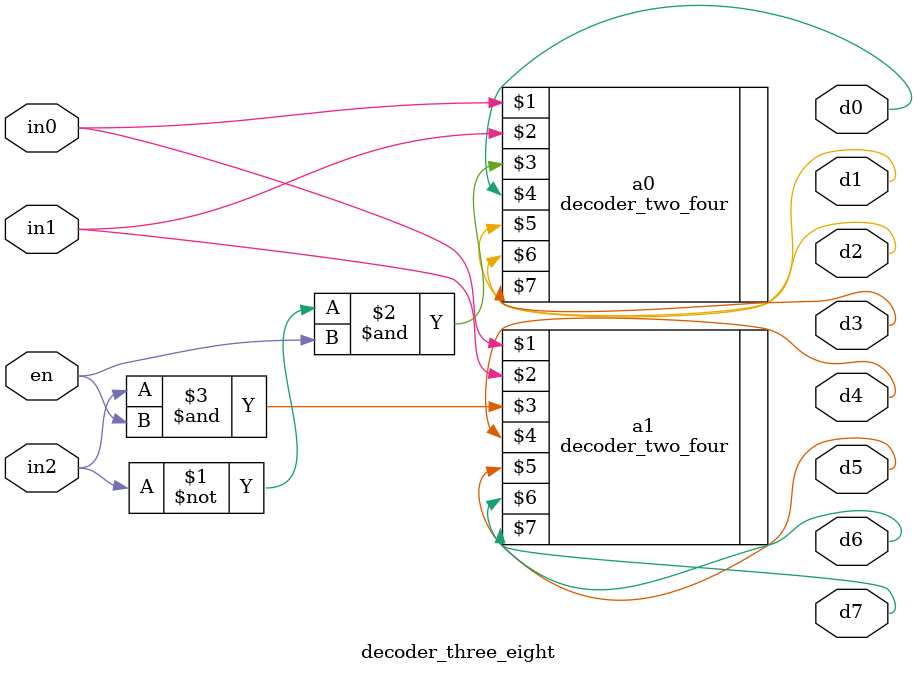
<source format=v>
`include "A1Q3_decoder_two_four.v"

module decoder_three_eight (
    input in0,
    input in1,
    input in2,
    input en,
    output d0,
    output d1,
    output d2,
    output d3,
    output d4,
    output d5,
    output d6,
    output d7
);
    
    // 3-8 decoder implemented using a 2-4 decoder
    // The decoder uses an and gate to ensure that the functioning is done with two 2-4 decoders itself
    // The output of the 3-8 decoder is and( in0/(~in0), in1/(~in1), in2/(~in2))
    // So to include the enable signal in the ouput as well using only 2 2-4 decoders, we replace any one signal, say in2/(~in2) with (in2 & en)/ ((~in2) & en)
    // Hence this decoder does the job using only two 2-4 decoders and an and gate 
    
   decoder_two_four a0(in0, in1, ((~in2) & en), d0, d1, d2, d3);
   decoder_two_four a1(in0, in1, (in2 & en), d4, d5, d6, d7);
   
    
endmodule

</source>
